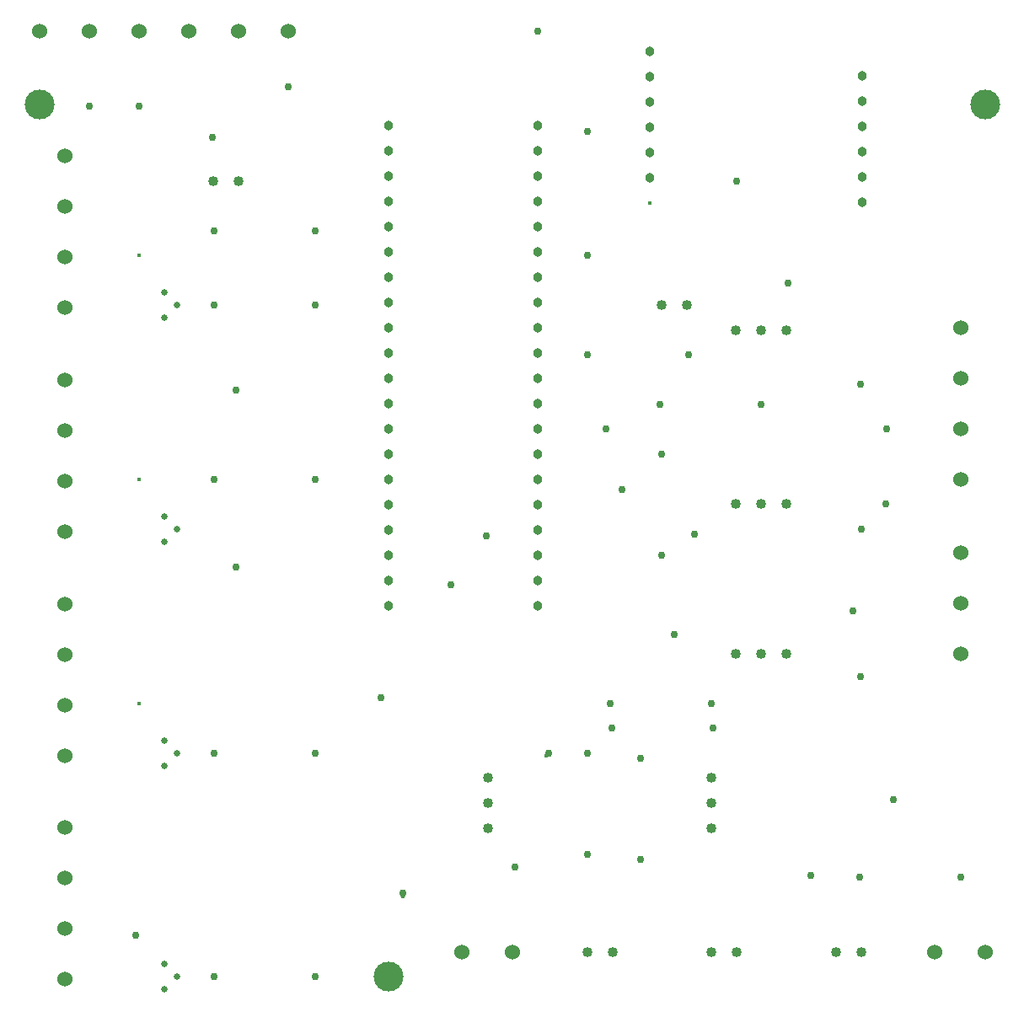
<source format=gbr>
G04 PROTEUS GERBER X2 FILE*
%TF.GenerationSoftware,Labcenter,Proteus,8.13-SP0-Build31525*%
%TF.CreationDate,2023-11-13T13:03:38+00:00*%
%TF.FileFunction,Plated,1,2,PTH*%
%TF.FilePolarity,Positive*%
%TF.Part,Single*%
%TF.SameCoordinates,{d9887baf-ebf7-4e26-a593-32e53c83881c}*%
%FSLAX45Y45*%
%MOMM*%
G01*
%TA.AperFunction,ViaDrill*%
%ADD43C,0.381000*%
%ADD44C,0.762000*%
%TA.AperFunction,ComponentDrill*%
%ADD45C,0.965200*%
%TA.AperFunction,ComponentDrill*%
%ADD46C,1.524000*%
%TA.AperFunction,ComponentDrill*%
%ADD47C,0.635000*%
%TA.AperFunction,ComponentDrill*%
%ADD48C,0.762000*%
%TA.AperFunction,ComponentDrill*%
%ADD49C,1.016000*%
%TA.AperFunction,OtherDrill,Unknown*%
%ADD50C,3.000000*%
%TD.AperFunction*%
D43*
X-3366000Y+7758000D03*
X-8496000Y+7230000D03*
X-8496000Y+4980000D03*
X-8496000Y+2730000D03*
X-5844405Y+792220D03*
X-4408500Y+2204412D03*
X-996000Y+5480000D03*
D44*
X-6995621Y+8926192D03*
X-7759282Y+8419852D03*
X-8496000Y+8730000D03*
X-8996000Y+8730000D03*
X-7523235Y+5880235D03*
X-4496000Y+9480000D03*
X-3996000Y+8480000D03*
X-3996000Y+7230000D03*
X-2496000Y+7980000D03*
X-1251638Y+5934430D03*
X-988000Y+5488000D03*
X-3810853Y+5491470D03*
X-7523235Y+4102603D03*
X-6064086Y+2787568D03*
X-5365856Y+3921204D03*
X-5006148Y+4408235D03*
X-4726000Y+1083824D03*
X-5844405Y+820405D03*
X-4382912Y+2230000D03*
X-8534334Y+400625D03*
X-920197Y+1758745D03*
X-1246000Y+4480000D03*
X-1326883Y+3661177D03*
X-2914383Y+4426911D03*
X-3642765Y+4875147D03*
X-1977771Y+6948599D03*
X-996000Y+4730000D03*
X-3119824Y+3418383D03*
X-1750000Y+1000000D03*
X-1250000Y+3000000D03*
D45*
X-3366000Y+9278000D03*
X-3366000Y+9024000D03*
X-3366000Y+8770000D03*
X-3366000Y+8516000D03*
X-3366000Y+8262000D03*
X-3366000Y+8008000D03*
X-5996000Y+3706000D03*
X-5996000Y+3960000D03*
X-5996000Y+4214000D03*
X-5996000Y+4468000D03*
X-5996000Y+4722000D03*
X-5996000Y+4976000D03*
X-5996000Y+5230000D03*
X-5996000Y+5484000D03*
X-5996000Y+5738000D03*
X-5996000Y+5992000D03*
X-5996000Y+6246000D03*
X-5996000Y+6500000D03*
X-5996000Y+6754000D03*
X-5996000Y+7008000D03*
X-5996000Y+7262000D03*
X-5996000Y+7516000D03*
X-5996000Y+7770000D03*
X-5996000Y+8024000D03*
X-5996000Y+8278000D03*
X-5996000Y+8532000D03*
X-4496000Y+3706000D03*
X-4496000Y+3960000D03*
X-4496000Y+4214000D03*
X-4496000Y+4468000D03*
X-4496000Y+4722000D03*
X-4496000Y+4976000D03*
X-4496000Y+5230000D03*
X-4496000Y+5484000D03*
X-4496000Y+5738000D03*
X-4496000Y+5992000D03*
X-4496000Y+6246000D03*
X-4496000Y+6500000D03*
X-4496000Y+6754000D03*
X-4496000Y+7008000D03*
X-4496000Y+7262000D03*
X-4496000Y+7516000D03*
X-4496000Y+7770000D03*
X-4496000Y+8024000D03*
X-4496000Y+8278000D03*
X-4496000Y+8532000D03*
X-1230000Y+9032000D03*
X-1230000Y+8778000D03*
X-1230000Y+8524000D03*
X-1230000Y+8270000D03*
X-1230000Y+8016000D03*
X-1230000Y+7762000D03*
D46*
X-9246000Y+8230000D03*
X-9246000Y+7722000D03*
X-9246000Y+7214000D03*
X-9246000Y+6706000D03*
X-6996000Y+9480000D03*
X-7496380Y+9480000D03*
X-7996760Y+9480000D03*
X-8497140Y+9480000D03*
X-8994980Y+9480000D03*
X-9495360Y+9480000D03*
D47*
X-8246000Y+6603000D03*
X-8119000Y+6730000D03*
X-8246000Y+6857000D03*
D48*
X-7746000Y+6730000D03*
X-6730000Y+6730000D03*
D46*
X-9246000Y+5980000D03*
X-9246000Y+5472000D03*
X-9246000Y+4964000D03*
X-9246000Y+4456000D03*
D48*
X-7746000Y+4980000D03*
X-6730000Y+4980000D03*
D47*
X-8246000Y+4353000D03*
X-8119000Y+4480000D03*
X-8246000Y+4607000D03*
D46*
X+4000Y+230000D03*
X-504000Y+230000D03*
D49*
X-2500000Y+6480000D03*
X-2246000Y+6480000D03*
X-1992000Y+6480000D03*
X-2500000Y+4730000D03*
X-2246000Y+4730000D03*
X-1992000Y+4730000D03*
X-2500000Y+3230000D03*
X-2246000Y+3230000D03*
X-1992000Y+3230000D03*
X-4996000Y+1476000D03*
X-4996000Y+1730000D03*
X-4996000Y+1984000D03*
X-2746000Y+1476000D03*
X-2746000Y+1730000D03*
X-2746000Y+1984000D03*
X-1500000Y+230000D03*
X-1246000Y+230000D03*
X-2746000Y+230000D03*
X-2492000Y+230000D03*
D48*
X-3458890Y+2180464D03*
X-3458890Y+1164464D03*
X-246000Y+980000D03*
X-1262000Y+980000D03*
D46*
X-9246000Y+3730000D03*
X-9246000Y+3222000D03*
X-9246000Y+2714000D03*
X-9246000Y+2206000D03*
D47*
X-8246000Y+2103000D03*
X-8119000Y+2230000D03*
X-8246000Y+2357000D03*
D48*
X-7746000Y+2230000D03*
X-6730000Y+2230000D03*
D46*
X-9246000Y+1480000D03*
X-9246000Y+972000D03*
X-9246000Y+464000D03*
X-9246000Y-44000D03*
D47*
X-8246000Y-147000D03*
X-8119000Y-20000D03*
X-8246000Y+107000D03*
D48*
X-7746000Y-20000D03*
X-6730000Y-20000D03*
X-2246000Y+5730000D03*
X-3262000Y+5730000D03*
X-3246000Y+5230000D03*
X-3246000Y+4214000D03*
X-2746000Y+2730000D03*
X-3762000Y+2730000D03*
X-3746000Y+2480000D03*
X-2730000Y+2480000D03*
D46*
X-4746000Y+230000D03*
X-5254000Y+230000D03*
X-246000Y+4980000D03*
X-246000Y+5488000D03*
X-246000Y+5996000D03*
X-246000Y+6504000D03*
X-246000Y+3230000D03*
X-246000Y+3738000D03*
X-246000Y+4246000D03*
D49*
X-3996000Y+230000D03*
X-3742000Y+230000D03*
D48*
X-3996000Y+2230000D03*
X-3996000Y+1214000D03*
D50*
X+0Y+8750000D03*
X-5996000Y-20000D03*
D49*
X-7496000Y+7980000D03*
X-7750000Y+7980000D03*
X-2996000Y+6730000D03*
X-3250000Y+6730000D03*
D48*
X-3996000Y+6230000D03*
X-2980000Y+6230000D03*
X-7746000Y+7480000D03*
X-6730000Y+7480000D03*
D50*
X-9500000Y+8750000D03*
M02*

</source>
